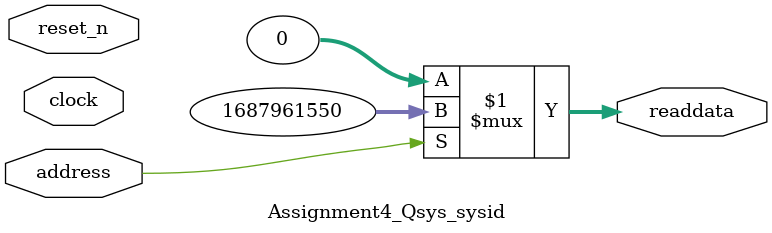
<source format=v>

`timescale 1ns / 1ps
// synthesis translate_on

// turn off superfluous verilog processor warnings 
// altera message_level Level1 
// altera message_off 10034 10035 10036 10037 10230 10240 10030 

module Assignment4_Qsys_sysid (
               // inputs:
                address,
                clock,
                reset_n,

               // outputs:
                readdata
             )
;

  output  [ 31: 0] readdata;
  input            address;
  input            clock;
  input            reset_n;

  wire    [ 31: 0] readdata;
  //control_slave, which is an e_avalon_slave
  assign readdata = address ? 1687961550 : 0;

endmodule




</source>
